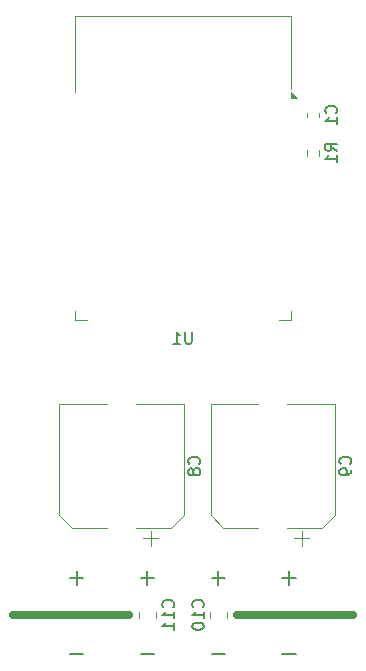
<source format=gbr>
%TF.GenerationSoftware,KiCad,Pcbnew,8.0.8*%
%TF.CreationDate,2025-02-27T22:45:34+01:00*%
%TF.ProjectId,BB_LED_Tube,42425f4c-4544-45f5-9475-62652e6b6963,rev?*%
%TF.SameCoordinates,Original*%
%TF.FileFunction,Legend,Bot*%
%TF.FilePolarity,Positive*%
%FSLAX46Y46*%
G04 Gerber Fmt 4.6, Leading zero omitted, Abs format (unit mm)*
G04 Created by KiCad (PCBNEW 8.0.8) date 2025-02-27 22:45:34*
%MOMM*%
%LPD*%
G01*
G04 APERTURE LIST*
%ADD10C,0.700000*%
%ADD11C,0.200000*%
%ADD12C,0.150000*%
%ADD13C,0.120000*%
G04 APERTURE END LIST*
D10*
X86000000Y-132715000D02*
X76200000Y-132715000D01*
X67000000Y-132715000D02*
X57200000Y-132715000D01*
D11*
X81171428Y-136027100D02*
X80028571Y-136027100D01*
X63171428Y-129627100D02*
X62028571Y-129627100D01*
X62599999Y-130198528D02*
X62599999Y-129055671D01*
X75171428Y-136027100D02*
X74028571Y-136027100D01*
X81171428Y-129627100D02*
X80028571Y-129627100D01*
X80599999Y-130198528D02*
X80599999Y-129055671D01*
X63171428Y-136027100D02*
X62028571Y-136027100D01*
X69171428Y-129627100D02*
X68028571Y-129627100D01*
X68599999Y-130198528D02*
X68599999Y-129055671D01*
X69171428Y-136027100D02*
X68028571Y-136027100D01*
X75171428Y-129627100D02*
X74028571Y-129627100D01*
X74599999Y-130198528D02*
X74599999Y-129055671D01*
D12*
X84559580Y-90233333D02*
X84607200Y-90185714D01*
X84607200Y-90185714D02*
X84654819Y-90042857D01*
X84654819Y-90042857D02*
X84654819Y-89947619D01*
X84654819Y-89947619D02*
X84607200Y-89804762D01*
X84607200Y-89804762D02*
X84511961Y-89709524D01*
X84511961Y-89709524D02*
X84416723Y-89661905D01*
X84416723Y-89661905D02*
X84226247Y-89614286D01*
X84226247Y-89614286D02*
X84083390Y-89614286D01*
X84083390Y-89614286D02*
X83892914Y-89661905D01*
X83892914Y-89661905D02*
X83797676Y-89709524D01*
X83797676Y-89709524D02*
X83702438Y-89804762D01*
X83702438Y-89804762D02*
X83654819Y-89947619D01*
X83654819Y-89947619D02*
X83654819Y-90042857D01*
X83654819Y-90042857D02*
X83702438Y-90185714D01*
X83702438Y-90185714D02*
X83750057Y-90233333D01*
X84654819Y-91185714D02*
X84654819Y-90614286D01*
X84654819Y-90900000D02*
X83654819Y-90900000D01*
X83654819Y-90900000D02*
X83797676Y-90804762D01*
X83797676Y-90804762D02*
X83892914Y-90709524D01*
X83892914Y-90709524D02*
X83940533Y-90614286D01*
X73279580Y-132072142D02*
X73327200Y-132024523D01*
X73327200Y-132024523D02*
X73374819Y-131881666D01*
X73374819Y-131881666D02*
X73374819Y-131786428D01*
X73374819Y-131786428D02*
X73327200Y-131643571D01*
X73327200Y-131643571D02*
X73231961Y-131548333D01*
X73231961Y-131548333D02*
X73136723Y-131500714D01*
X73136723Y-131500714D02*
X72946247Y-131453095D01*
X72946247Y-131453095D02*
X72803390Y-131453095D01*
X72803390Y-131453095D02*
X72612914Y-131500714D01*
X72612914Y-131500714D02*
X72517676Y-131548333D01*
X72517676Y-131548333D02*
X72422438Y-131643571D01*
X72422438Y-131643571D02*
X72374819Y-131786428D01*
X72374819Y-131786428D02*
X72374819Y-131881666D01*
X72374819Y-131881666D02*
X72422438Y-132024523D01*
X72422438Y-132024523D02*
X72470057Y-132072142D01*
X73374819Y-133024523D02*
X73374819Y-132453095D01*
X73374819Y-132738809D02*
X72374819Y-132738809D01*
X72374819Y-132738809D02*
X72517676Y-132643571D01*
X72517676Y-132643571D02*
X72612914Y-132548333D01*
X72612914Y-132548333D02*
X72660533Y-132453095D01*
X72374819Y-133643571D02*
X72374819Y-133738809D01*
X72374819Y-133738809D02*
X72422438Y-133834047D01*
X72422438Y-133834047D02*
X72470057Y-133881666D01*
X72470057Y-133881666D02*
X72565295Y-133929285D01*
X72565295Y-133929285D02*
X72755771Y-133976904D01*
X72755771Y-133976904D02*
X72993866Y-133976904D01*
X72993866Y-133976904D02*
X73184342Y-133929285D01*
X73184342Y-133929285D02*
X73279580Y-133881666D01*
X73279580Y-133881666D02*
X73327200Y-133834047D01*
X73327200Y-133834047D02*
X73374819Y-133738809D01*
X73374819Y-133738809D02*
X73374819Y-133643571D01*
X73374819Y-133643571D02*
X73327200Y-133548333D01*
X73327200Y-133548333D02*
X73279580Y-133500714D01*
X73279580Y-133500714D02*
X73184342Y-133453095D01*
X73184342Y-133453095D02*
X72993866Y-133405476D01*
X72993866Y-133405476D02*
X72755771Y-133405476D01*
X72755771Y-133405476D02*
X72565295Y-133453095D01*
X72565295Y-133453095D02*
X72470057Y-133500714D01*
X72470057Y-133500714D02*
X72422438Y-133548333D01*
X72422438Y-133548333D02*
X72374819Y-133643571D01*
X85759580Y-119948333D02*
X85807200Y-119900714D01*
X85807200Y-119900714D02*
X85854819Y-119757857D01*
X85854819Y-119757857D02*
X85854819Y-119662619D01*
X85854819Y-119662619D02*
X85807200Y-119519762D01*
X85807200Y-119519762D02*
X85711961Y-119424524D01*
X85711961Y-119424524D02*
X85616723Y-119376905D01*
X85616723Y-119376905D02*
X85426247Y-119329286D01*
X85426247Y-119329286D02*
X85283390Y-119329286D01*
X85283390Y-119329286D02*
X85092914Y-119376905D01*
X85092914Y-119376905D02*
X84997676Y-119424524D01*
X84997676Y-119424524D02*
X84902438Y-119519762D01*
X84902438Y-119519762D02*
X84854819Y-119662619D01*
X84854819Y-119662619D02*
X84854819Y-119757857D01*
X84854819Y-119757857D02*
X84902438Y-119900714D01*
X84902438Y-119900714D02*
X84950057Y-119948333D01*
X85854819Y-120424524D02*
X85854819Y-120615000D01*
X85854819Y-120615000D02*
X85807200Y-120710238D01*
X85807200Y-120710238D02*
X85759580Y-120757857D01*
X85759580Y-120757857D02*
X85616723Y-120853095D01*
X85616723Y-120853095D02*
X85426247Y-120900714D01*
X85426247Y-120900714D02*
X85045295Y-120900714D01*
X85045295Y-120900714D02*
X84950057Y-120853095D01*
X84950057Y-120853095D02*
X84902438Y-120805476D01*
X84902438Y-120805476D02*
X84854819Y-120710238D01*
X84854819Y-120710238D02*
X84854819Y-120519762D01*
X84854819Y-120519762D02*
X84902438Y-120424524D01*
X84902438Y-120424524D02*
X84950057Y-120376905D01*
X84950057Y-120376905D02*
X85045295Y-120329286D01*
X85045295Y-120329286D02*
X85283390Y-120329286D01*
X85283390Y-120329286D02*
X85378628Y-120376905D01*
X85378628Y-120376905D02*
X85426247Y-120424524D01*
X85426247Y-120424524D02*
X85473866Y-120519762D01*
X85473866Y-120519762D02*
X85473866Y-120710238D01*
X85473866Y-120710238D02*
X85426247Y-120805476D01*
X85426247Y-120805476D02*
X85378628Y-120853095D01*
X85378628Y-120853095D02*
X85283390Y-120900714D01*
X70759580Y-132072142D02*
X70807200Y-132024523D01*
X70807200Y-132024523D02*
X70854819Y-131881666D01*
X70854819Y-131881666D02*
X70854819Y-131786428D01*
X70854819Y-131786428D02*
X70807200Y-131643571D01*
X70807200Y-131643571D02*
X70711961Y-131548333D01*
X70711961Y-131548333D02*
X70616723Y-131500714D01*
X70616723Y-131500714D02*
X70426247Y-131453095D01*
X70426247Y-131453095D02*
X70283390Y-131453095D01*
X70283390Y-131453095D02*
X70092914Y-131500714D01*
X70092914Y-131500714D02*
X69997676Y-131548333D01*
X69997676Y-131548333D02*
X69902438Y-131643571D01*
X69902438Y-131643571D02*
X69854819Y-131786428D01*
X69854819Y-131786428D02*
X69854819Y-131881666D01*
X69854819Y-131881666D02*
X69902438Y-132024523D01*
X69902438Y-132024523D02*
X69950057Y-132072142D01*
X70854819Y-133024523D02*
X70854819Y-132453095D01*
X70854819Y-132738809D02*
X69854819Y-132738809D01*
X69854819Y-132738809D02*
X69997676Y-132643571D01*
X69997676Y-132643571D02*
X70092914Y-132548333D01*
X70092914Y-132548333D02*
X70140533Y-132453095D01*
X70854819Y-133976904D02*
X70854819Y-133405476D01*
X70854819Y-133691190D02*
X69854819Y-133691190D01*
X69854819Y-133691190D02*
X69997676Y-133595952D01*
X69997676Y-133595952D02*
X70092914Y-133500714D01*
X70092914Y-133500714D02*
X70140533Y-133405476D01*
X72361904Y-108769819D02*
X72361904Y-109579342D01*
X72361904Y-109579342D02*
X72314285Y-109674580D01*
X72314285Y-109674580D02*
X72266666Y-109722200D01*
X72266666Y-109722200D02*
X72171428Y-109769819D01*
X72171428Y-109769819D02*
X71980952Y-109769819D01*
X71980952Y-109769819D02*
X71885714Y-109722200D01*
X71885714Y-109722200D02*
X71838095Y-109674580D01*
X71838095Y-109674580D02*
X71790476Y-109579342D01*
X71790476Y-109579342D02*
X71790476Y-108769819D01*
X70790476Y-109769819D02*
X71361904Y-109769819D01*
X71076190Y-109769819D02*
X71076190Y-108769819D01*
X71076190Y-108769819D02*
X71171428Y-108912676D01*
X71171428Y-108912676D02*
X71266666Y-109007914D01*
X71266666Y-109007914D02*
X71361904Y-109055533D01*
X72959580Y-119948333D02*
X73007200Y-119900714D01*
X73007200Y-119900714D02*
X73054819Y-119757857D01*
X73054819Y-119757857D02*
X73054819Y-119662619D01*
X73054819Y-119662619D02*
X73007200Y-119519762D01*
X73007200Y-119519762D02*
X72911961Y-119424524D01*
X72911961Y-119424524D02*
X72816723Y-119376905D01*
X72816723Y-119376905D02*
X72626247Y-119329286D01*
X72626247Y-119329286D02*
X72483390Y-119329286D01*
X72483390Y-119329286D02*
X72292914Y-119376905D01*
X72292914Y-119376905D02*
X72197676Y-119424524D01*
X72197676Y-119424524D02*
X72102438Y-119519762D01*
X72102438Y-119519762D02*
X72054819Y-119662619D01*
X72054819Y-119662619D02*
X72054819Y-119757857D01*
X72054819Y-119757857D02*
X72102438Y-119900714D01*
X72102438Y-119900714D02*
X72150057Y-119948333D01*
X72483390Y-120519762D02*
X72435771Y-120424524D01*
X72435771Y-120424524D02*
X72388152Y-120376905D01*
X72388152Y-120376905D02*
X72292914Y-120329286D01*
X72292914Y-120329286D02*
X72245295Y-120329286D01*
X72245295Y-120329286D02*
X72150057Y-120376905D01*
X72150057Y-120376905D02*
X72102438Y-120424524D01*
X72102438Y-120424524D02*
X72054819Y-120519762D01*
X72054819Y-120519762D02*
X72054819Y-120710238D01*
X72054819Y-120710238D02*
X72102438Y-120805476D01*
X72102438Y-120805476D02*
X72150057Y-120853095D01*
X72150057Y-120853095D02*
X72245295Y-120900714D01*
X72245295Y-120900714D02*
X72292914Y-120900714D01*
X72292914Y-120900714D02*
X72388152Y-120853095D01*
X72388152Y-120853095D02*
X72435771Y-120805476D01*
X72435771Y-120805476D02*
X72483390Y-120710238D01*
X72483390Y-120710238D02*
X72483390Y-120519762D01*
X72483390Y-120519762D02*
X72531009Y-120424524D01*
X72531009Y-120424524D02*
X72578628Y-120376905D01*
X72578628Y-120376905D02*
X72673866Y-120329286D01*
X72673866Y-120329286D02*
X72864342Y-120329286D01*
X72864342Y-120329286D02*
X72959580Y-120376905D01*
X72959580Y-120376905D02*
X73007200Y-120424524D01*
X73007200Y-120424524D02*
X73054819Y-120519762D01*
X73054819Y-120519762D02*
X73054819Y-120710238D01*
X73054819Y-120710238D02*
X73007200Y-120805476D01*
X73007200Y-120805476D02*
X72959580Y-120853095D01*
X72959580Y-120853095D02*
X72864342Y-120900714D01*
X72864342Y-120900714D02*
X72673866Y-120900714D01*
X72673866Y-120900714D02*
X72578628Y-120853095D01*
X72578628Y-120853095D02*
X72531009Y-120805476D01*
X72531009Y-120805476D02*
X72483390Y-120710238D01*
X84654819Y-93433333D02*
X84178628Y-93100000D01*
X84654819Y-92861905D02*
X83654819Y-92861905D01*
X83654819Y-92861905D02*
X83654819Y-93242857D01*
X83654819Y-93242857D02*
X83702438Y-93338095D01*
X83702438Y-93338095D02*
X83750057Y-93385714D01*
X83750057Y-93385714D02*
X83845295Y-93433333D01*
X83845295Y-93433333D02*
X83988152Y-93433333D01*
X83988152Y-93433333D02*
X84083390Y-93385714D01*
X84083390Y-93385714D02*
X84131009Y-93338095D01*
X84131009Y-93338095D02*
X84178628Y-93242857D01*
X84178628Y-93242857D02*
X84178628Y-92861905D01*
X84654819Y-94385714D02*
X84654819Y-93814286D01*
X84654819Y-94100000D02*
X83654819Y-94100000D01*
X83654819Y-94100000D02*
X83797676Y-94004762D01*
X83797676Y-94004762D02*
X83892914Y-93909524D01*
X83892914Y-93909524D02*
X83940533Y-93814286D01*
D13*
%TO.C,C1*%
X82090000Y-90259420D02*
X82090000Y-90540580D01*
X83110000Y-90259420D02*
X83110000Y-90540580D01*
%TO.C,C10*%
X73865000Y-132976252D02*
X73865000Y-132453748D01*
X75335000Y-132976252D02*
X75335000Y-132453748D01*
%TO.C,C9*%
X73940000Y-114855000D02*
X73940000Y-124310563D01*
X73940000Y-124310563D02*
X75004437Y-125375000D01*
X77990000Y-114855000D02*
X73940000Y-114855000D01*
X77990000Y-125375000D02*
X75004437Y-125375000D01*
X80410000Y-114855000D02*
X84460000Y-114855000D01*
X80410000Y-125375000D02*
X83395563Y-125375000D01*
X81035000Y-126240000D02*
X82285000Y-126240000D01*
X81660000Y-125615000D02*
X81660000Y-126865000D01*
X84460000Y-114855000D02*
X84460000Y-124310563D01*
X84460000Y-124310563D02*
X83395563Y-125375000D01*
%TO.C,C11*%
X67865000Y-132976252D02*
X67865000Y-132453748D01*
X69335000Y-132976252D02*
X69335000Y-132453748D01*
%TO.C,U1*%
X62480000Y-82055000D02*
X80720000Y-82055000D01*
X62480000Y-88470000D02*
X62480000Y-82055000D01*
X62480000Y-107795000D02*
X62480000Y-107015000D01*
X63480000Y-107795000D02*
X62480000Y-107795000D01*
X79720000Y-107795000D02*
X80720000Y-107795000D01*
X80720000Y-88215000D02*
X80720000Y-82055000D01*
X80720000Y-107795000D02*
X80720000Y-107015000D01*
X81225000Y-88940000D02*
X80725000Y-88940000D01*
X80725000Y-88440000D01*
X81225000Y-88940000D01*
G36*
X81225000Y-88940000D02*
G01*
X80725000Y-88940000D01*
X80725000Y-88440000D01*
X81225000Y-88940000D01*
G37*
%TO.C,C8*%
X61140000Y-114855000D02*
X61140000Y-124310563D01*
X61140000Y-124310563D02*
X62204437Y-125375000D01*
X65190000Y-114855000D02*
X61140000Y-114855000D01*
X65190000Y-125375000D02*
X62204437Y-125375000D01*
X67610000Y-114855000D02*
X71660000Y-114855000D01*
X67610000Y-125375000D02*
X70595563Y-125375000D01*
X68235000Y-126240000D02*
X69485000Y-126240000D01*
X68860000Y-125615000D02*
X68860000Y-126865000D01*
X71660000Y-114855000D02*
X71660000Y-124310563D01*
X71660000Y-124310563D02*
X70595563Y-125375000D01*
%TO.C,R1*%
X82077500Y-93837258D02*
X82077500Y-93362742D01*
X83122500Y-93837258D02*
X83122500Y-93362742D01*
%TD*%
M02*

</source>
